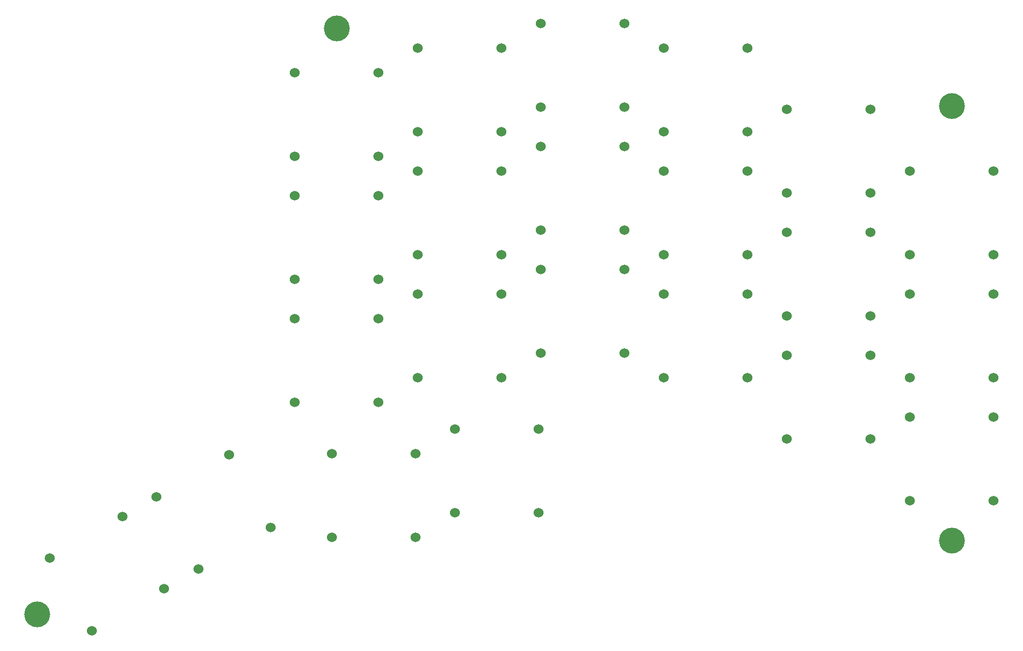
<source format=gtl>
G04 #@! TF.GenerationSoftware,KiCad,Pcbnew,5.0.2-bee76a0~70~ubuntu18.04.1*
G04 #@! TF.CreationDate,2019-07-25T01:53:21+09:00*
G04 #@! TF.ProjectId,top,746f702e-6b69-4636-9164-5f7063625858,rev?*
G04 #@! TF.SameCoordinates,Original*
G04 #@! TF.FileFunction,Copper,L1,Top*
G04 #@! TF.FilePolarity,Positive*
%FSLAX46Y46*%
G04 Gerber Fmt 4.6, Leading zero omitted, Abs format (unit mm)*
G04 Created by KiCad (PCBNEW 5.0.2-bee76a0~70~ubuntu18.04.1) date 2019年07月25日 01時53分21秒*
%MOMM*%
%LPD*%
G01*
G04 APERTURE LIST*
G04 #@! TA.AperFunction,WasherPad*
%ADD10C,1.524000*%
G04 #@! TD*
G04 #@! TA.AperFunction,WasherPad*
%ADD11C,4.000000*%
G04 #@! TD*
G04 APERTURE END LIST*
D10*
G04 #@! TO.P,SW8,*
G04 #@! TO.N,*
X119253000Y-78867000D03*
X132207000Y-65913000D03*
X119253000Y-65913000D03*
X132207000Y-78867000D03*
G04 #@! TD*
G04 #@! TO.P,SW19,*
G04 #@! TO.N,*
X62272253Y-106849253D03*
X79967747Y-111590747D03*
X73490747Y-100372253D03*
X68749253Y-118067747D03*
G04 #@! TD*
G04 #@! TO.P,SW20,*
G04 #@! TO.N,*
X78782253Y-97324253D03*
X96477747Y-102065747D03*
X90000747Y-90847253D03*
X85259253Y-108542747D03*
G04 #@! TD*
G04 #@! TO.P,SW16,*
G04 #@! TO.N,*
X157353000Y-78867000D03*
X170307000Y-65913000D03*
X157353000Y-65913000D03*
X170307000Y-78867000D03*
G04 #@! TD*
G04 #@! TO.P,SW8,*
G04 #@! TO.N,*
X119253000Y-59817000D03*
X132207000Y-46863000D03*
X119253000Y-46863000D03*
X132207000Y-59817000D03*
G04 #@! TD*
G04 #@! TO.P,SW22,*
G04 #@! TO.N,*
X124968000Y-99822000D03*
X137922000Y-86868000D03*
X124968000Y-86868000D03*
X137922000Y-99822000D03*
G04 #@! TD*
G04 #@! TO.P,SW21,*
G04 #@! TO.N,*
X105918000Y-103632000D03*
X118872000Y-90678000D03*
X105918000Y-90678000D03*
X118872000Y-103632000D03*
G04 #@! TD*
G04 #@! TO.P,SW1,*
G04 #@! TO.N,*
X100203000Y-44577000D03*
X113157000Y-31623000D03*
X100203000Y-31623000D03*
X113157000Y-44577000D03*
G04 #@! TD*
G04 #@! TO.P,SW2,*
G04 #@! TO.N,*
X119253000Y-40767000D03*
X132207000Y-27813000D03*
X119253000Y-27813000D03*
X132207000Y-40767000D03*
G04 #@! TD*
G04 #@! TO.P,SW3,*
G04 #@! TO.N,*
X138303000Y-36957000D03*
X151257000Y-24003000D03*
X138303000Y-24003000D03*
X151257000Y-36957000D03*
G04 #@! TD*
G04 #@! TO.P,SW4,*
G04 #@! TO.N,*
X157353000Y-40767000D03*
X170307000Y-27813000D03*
X157353000Y-27813000D03*
X170307000Y-40767000D03*
G04 #@! TD*
G04 #@! TO.P,SW5,*
G04 #@! TO.N,*
X176403000Y-50292000D03*
X189357000Y-37338000D03*
X176403000Y-37338000D03*
X189357000Y-50292000D03*
G04 #@! TD*
G04 #@! TO.P,SW6,*
G04 #@! TO.N,*
X195453000Y-59817000D03*
X208407000Y-46863000D03*
X195453000Y-46863000D03*
X208407000Y-59817000D03*
G04 #@! TD*
G04 #@! TO.P,SW7,*
G04 #@! TO.N,*
X100203000Y-63627000D03*
X113157000Y-50673000D03*
X100203000Y-50673000D03*
X113157000Y-63627000D03*
G04 #@! TD*
G04 #@! TO.P,SW9,*
G04 #@! TO.N,*
X138303000Y-56007000D03*
X151257000Y-43053000D03*
X138303000Y-43053000D03*
X151257000Y-56007000D03*
G04 #@! TD*
G04 #@! TO.P,SW10,*
G04 #@! TO.N,*
X157353000Y-59817000D03*
X170307000Y-46863000D03*
X157353000Y-46863000D03*
X170307000Y-59817000D03*
G04 #@! TD*
G04 #@! TO.P,SW11,*
G04 #@! TO.N,*
X176403000Y-69342000D03*
X189357000Y-56388000D03*
X176403000Y-56388000D03*
X189357000Y-69342000D03*
G04 #@! TD*
G04 #@! TO.P,SW12,*
G04 #@! TO.N,*
X195453000Y-78867000D03*
X208407000Y-65913000D03*
X195453000Y-65913000D03*
X208407000Y-78867000D03*
G04 #@! TD*
G04 #@! TO.P,SW13,*
G04 #@! TO.N,*
X100203000Y-82677000D03*
X113157000Y-69723000D03*
X100203000Y-69723000D03*
X113157000Y-82677000D03*
G04 #@! TD*
G04 #@! TO.P,SW15,*
G04 #@! TO.N,*
X138303000Y-75057000D03*
X151257000Y-62103000D03*
X138303000Y-62103000D03*
X151257000Y-75057000D03*
G04 #@! TD*
G04 #@! TO.P,SW17,*
G04 #@! TO.N,*
X176403000Y-88392000D03*
X189357000Y-75438000D03*
X176403000Y-75438000D03*
X189357000Y-88392000D03*
G04 #@! TD*
G04 #@! TO.P,SW18,*
G04 #@! TO.N,*
X195453000Y-97917000D03*
X208407000Y-84963000D03*
X195453000Y-84963000D03*
X208407000Y-97917000D03*
G04 #@! TD*
D11*
G04 #@! TO.P,Ref1,*
G04 #@! TO.N,*
X106680000Y-24765000D03*
G04 #@! TD*
G04 #@! TO.P,Ref3,*
G04 #@! TO.N,*
X60325000Y-115570000D03*
G04 #@! TD*
G04 #@! TO.P,Ref5,*
G04 #@! TO.N,*
X201930000Y-104140000D03*
G04 #@! TD*
G04 #@! TO.P,Ref2,*
G04 #@! TO.N,*
X201930000Y-36830000D03*
G04 #@! TD*
M02*

</source>
